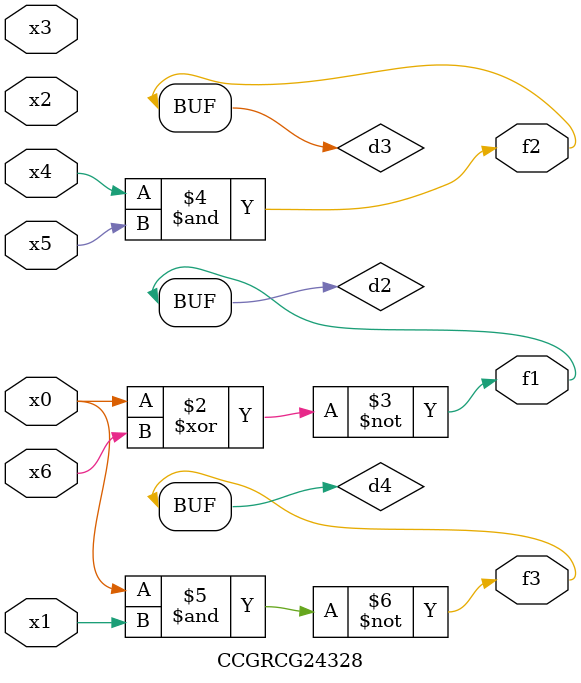
<source format=v>
module CCGRCG24328(
	input x0, x1, x2, x3, x4, x5, x6,
	output f1, f2, f3
);

	wire d1, d2, d3, d4;

	nor (d1, x0);
	xnor (d2, x0, x6);
	and (d3, x4, x5);
	nand (d4, x0, x1);
	assign f1 = d2;
	assign f2 = d3;
	assign f3 = d4;
endmodule

</source>
